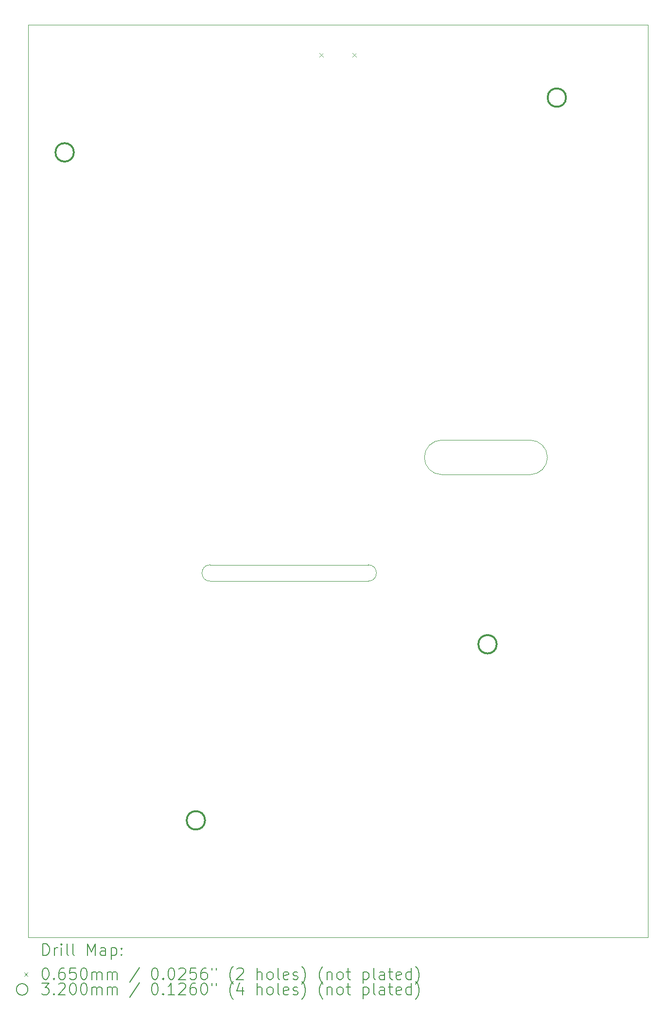
<source format=gbr>
%TF.GenerationSoftware,KiCad,Pcbnew,8.0.4*%
%TF.CreationDate,2024-09-06T21:03:09+01:00*%
%TF.ProjectId,gk-pcbv3,676b2d70-6362-4763-932e-6b696361645f,rev?*%
%TF.SameCoordinates,Original*%
%TF.FileFunction,Drillmap*%
%TF.FilePolarity,Positive*%
%FSLAX45Y45*%
G04 Gerber Fmt 4.5, Leading zero omitted, Abs format (unit mm)*
G04 Created by KiCad (PCBNEW 8.0.4) date 2024-09-06 21:03:09*
%MOMM*%
%LPD*%
G01*
G04 APERTURE LIST*
%ADD10C,0.100000*%
%ADD11C,0.200000*%
%ADD12C,0.320000*%
G04 APERTURE END LIST*
D10*
X13188950Y-9133840D02*
G75*
G02*
X13190220Y-9733283I1270J-299720D01*
G01*
X10368280Y-11303000D02*
G75*
G02*
X10368280Y-11587480I0J-142240D01*
G01*
X7614920Y-11587480D02*
G75*
G02*
X7614920Y-11303000I0J142240D01*
G01*
X11645900Y-9733283D02*
G75*
G02*
X11647170Y-9133840I0J299723D01*
G01*
X10368280Y-11303000D02*
X7614920Y-11303000D01*
X11647170Y-9133840D02*
X13188950Y-9133840D01*
X4445000Y-1905000D02*
X15240000Y-1905000D01*
X15240000Y-17780000D01*
X4445000Y-17780000D01*
X4445000Y-1905000D01*
X7614920Y-11587480D02*
X10368280Y-11587480D01*
X11645900Y-9733283D02*
X13190220Y-9733283D01*
D11*
D10*
X9518730Y-2398930D02*
X9583730Y-2463930D01*
X9583730Y-2398930D02*
X9518730Y-2463930D01*
X10096730Y-2398930D02*
X10161730Y-2463930D01*
X10161730Y-2398930D02*
X10096730Y-2463930D01*
D12*
X5240000Y-4127500D02*
G75*
G02*
X4920000Y-4127500I-160000J0D01*
G01*
X4920000Y-4127500D02*
G75*
G02*
X5240000Y-4127500I160000J0D01*
G01*
X7526000Y-15748000D02*
G75*
G02*
X7206000Y-15748000I-160000J0D01*
G01*
X7206000Y-15748000D02*
G75*
G02*
X7526000Y-15748000I160000J0D01*
G01*
X12606000Y-12684760D02*
G75*
G02*
X12286000Y-12684760I-160000J0D01*
G01*
X12286000Y-12684760D02*
G75*
G02*
X12606000Y-12684760I160000J0D01*
G01*
X13812500Y-3175000D02*
G75*
G02*
X13492500Y-3175000I-160000J0D01*
G01*
X13492500Y-3175000D02*
G75*
G02*
X13812500Y-3175000I160000J0D01*
G01*
D11*
X4700777Y-18096484D02*
X4700777Y-17896484D01*
X4700777Y-17896484D02*
X4748396Y-17896484D01*
X4748396Y-17896484D02*
X4776967Y-17906008D01*
X4776967Y-17906008D02*
X4796015Y-17925055D01*
X4796015Y-17925055D02*
X4805539Y-17944103D01*
X4805539Y-17944103D02*
X4815063Y-17982198D01*
X4815063Y-17982198D02*
X4815063Y-18010770D01*
X4815063Y-18010770D02*
X4805539Y-18048865D01*
X4805539Y-18048865D02*
X4796015Y-18067912D01*
X4796015Y-18067912D02*
X4776967Y-18086960D01*
X4776967Y-18086960D02*
X4748396Y-18096484D01*
X4748396Y-18096484D02*
X4700777Y-18096484D01*
X4900777Y-18096484D02*
X4900777Y-17963150D01*
X4900777Y-18001246D02*
X4910301Y-17982198D01*
X4910301Y-17982198D02*
X4919824Y-17972674D01*
X4919824Y-17972674D02*
X4938872Y-17963150D01*
X4938872Y-17963150D02*
X4957920Y-17963150D01*
X5024586Y-18096484D02*
X5024586Y-17963150D01*
X5024586Y-17896484D02*
X5015063Y-17906008D01*
X5015063Y-17906008D02*
X5024586Y-17915531D01*
X5024586Y-17915531D02*
X5034110Y-17906008D01*
X5034110Y-17906008D02*
X5024586Y-17896484D01*
X5024586Y-17896484D02*
X5024586Y-17915531D01*
X5148396Y-18096484D02*
X5129348Y-18086960D01*
X5129348Y-18086960D02*
X5119824Y-18067912D01*
X5119824Y-18067912D02*
X5119824Y-17896484D01*
X5253158Y-18096484D02*
X5234110Y-18086960D01*
X5234110Y-18086960D02*
X5224586Y-18067912D01*
X5224586Y-18067912D02*
X5224586Y-17896484D01*
X5481729Y-18096484D02*
X5481729Y-17896484D01*
X5481729Y-17896484D02*
X5548396Y-18039341D01*
X5548396Y-18039341D02*
X5615062Y-17896484D01*
X5615062Y-17896484D02*
X5615062Y-18096484D01*
X5796015Y-18096484D02*
X5796015Y-17991722D01*
X5796015Y-17991722D02*
X5786491Y-17972674D01*
X5786491Y-17972674D02*
X5767443Y-17963150D01*
X5767443Y-17963150D02*
X5729348Y-17963150D01*
X5729348Y-17963150D02*
X5710301Y-17972674D01*
X5796015Y-18086960D02*
X5776967Y-18096484D01*
X5776967Y-18096484D02*
X5729348Y-18096484D01*
X5729348Y-18096484D02*
X5710301Y-18086960D01*
X5710301Y-18086960D02*
X5700777Y-18067912D01*
X5700777Y-18067912D02*
X5700777Y-18048865D01*
X5700777Y-18048865D02*
X5710301Y-18029817D01*
X5710301Y-18029817D02*
X5729348Y-18020293D01*
X5729348Y-18020293D02*
X5776967Y-18020293D01*
X5776967Y-18020293D02*
X5796015Y-18010770D01*
X5891253Y-17963150D02*
X5891253Y-18163150D01*
X5891253Y-17972674D02*
X5910301Y-17963150D01*
X5910301Y-17963150D02*
X5948396Y-17963150D01*
X5948396Y-17963150D02*
X5967443Y-17972674D01*
X5967443Y-17972674D02*
X5976967Y-17982198D01*
X5976967Y-17982198D02*
X5986491Y-18001246D01*
X5986491Y-18001246D02*
X5986491Y-18058389D01*
X5986491Y-18058389D02*
X5976967Y-18077436D01*
X5976967Y-18077436D02*
X5967443Y-18086960D01*
X5967443Y-18086960D02*
X5948396Y-18096484D01*
X5948396Y-18096484D02*
X5910301Y-18096484D01*
X5910301Y-18096484D02*
X5891253Y-18086960D01*
X6072205Y-18077436D02*
X6081729Y-18086960D01*
X6081729Y-18086960D02*
X6072205Y-18096484D01*
X6072205Y-18096484D02*
X6062682Y-18086960D01*
X6062682Y-18086960D02*
X6072205Y-18077436D01*
X6072205Y-18077436D02*
X6072205Y-18096484D01*
X6072205Y-17972674D02*
X6081729Y-17982198D01*
X6081729Y-17982198D02*
X6072205Y-17991722D01*
X6072205Y-17991722D02*
X6062682Y-17982198D01*
X6062682Y-17982198D02*
X6072205Y-17972674D01*
X6072205Y-17972674D02*
X6072205Y-17991722D01*
D10*
X4375000Y-18392500D02*
X4440000Y-18457500D01*
X4440000Y-18392500D02*
X4375000Y-18457500D01*
D11*
X4738872Y-18316484D02*
X4757920Y-18316484D01*
X4757920Y-18316484D02*
X4776967Y-18326008D01*
X4776967Y-18326008D02*
X4786491Y-18335531D01*
X4786491Y-18335531D02*
X4796015Y-18354579D01*
X4796015Y-18354579D02*
X4805539Y-18392674D01*
X4805539Y-18392674D02*
X4805539Y-18440293D01*
X4805539Y-18440293D02*
X4796015Y-18478389D01*
X4796015Y-18478389D02*
X4786491Y-18497436D01*
X4786491Y-18497436D02*
X4776967Y-18506960D01*
X4776967Y-18506960D02*
X4757920Y-18516484D01*
X4757920Y-18516484D02*
X4738872Y-18516484D01*
X4738872Y-18516484D02*
X4719824Y-18506960D01*
X4719824Y-18506960D02*
X4710301Y-18497436D01*
X4710301Y-18497436D02*
X4700777Y-18478389D01*
X4700777Y-18478389D02*
X4691253Y-18440293D01*
X4691253Y-18440293D02*
X4691253Y-18392674D01*
X4691253Y-18392674D02*
X4700777Y-18354579D01*
X4700777Y-18354579D02*
X4710301Y-18335531D01*
X4710301Y-18335531D02*
X4719824Y-18326008D01*
X4719824Y-18326008D02*
X4738872Y-18316484D01*
X4891253Y-18497436D02*
X4900777Y-18506960D01*
X4900777Y-18506960D02*
X4891253Y-18516484D01*
X4891253Y-18516484D02*
X4881729Y-18506960D01*
X4881729Y-18506960D02*
X4891253Y-18497436D01*
X4891253Y-18497436D02*
X4891253Y-18516484D01*
X5072205Y-18316484D02*
X5034110Y-18316484D01*
X5034110Y-18316484D02*
X5015063Y-18326008D01*
X5015063Y-18326008D02*
X5005539Y-18335531D01*
X5005539Y-18335531D02*
X4986491Y-18364103D01*
X4986491Y-18364103D02*
X4976967Y-18402198D01*
X4976967Y-18402198D02*
X4976967Y-18478389D01*
X4976967Y-18478389D02*
X4986491Y-18497436D01*
X4986491Y-18497436D02*
X4996015Y-18506960D01*
X4996015Y-18506960D02*
X5015063Y-18516484D01*
X5015063Y-18516484D02*
X5053158Y-18516484D01*
X5053158Y-18516484D02*
X5072205Y-18506960D01*
X5072205Y-18506960D02*
X5081729Y-18497436D01*
X5081729Y-18497436D02*
X5091253Y-18478389D01*
X5091253Y-18478389D02*
X5091253Y-18430770D01*
X5091253Y-18430770D02*
X5081729Y-18411722D01*
X5081729Y-18411722D02*
X5072205Y-18402198D01*
X5072205Y-18402198D02*
X5053158Y-18392674D01*
X5053158Y-18392674D02*
X5015063Y-18392674D01*
X5015063Y-18392674D02*
X4996015Y-18402198D01*
X4996015Y-18402198D02*
X4986491Y-18411722D01*
X4986491Y-18411722D02*
X4976967Y-18430770D01*
X5272205Y-18316484D02*
X5176967Y-18316484D01*
X5176967Y-18316484D02*
X5167444Y-18411722D01*
X5167444Y-18411722D02*
X5176967Y-18402198D01*
X5176967Y-18402198D02*
X5196015Y-18392674D01*
X5196015Y-18392674D02*
X5243634Y-18392674D01*
X5243634Y-18392674D02*
X5262682Y-18402198D01*
X5262682Y-18402198D02*
X5272205Y-18411722D01*
X5272205Y-18411722D02*
X5281729Y-18430770D01*
X5281729Y-18430770D02*
X5281729Y-18478389D01*
X5281729Y-18478389D02*
X5272205Y-18497436D01*
X5272205Y-18497436D02*
X5262682Y-18506960D01*
X5262682Y-18506960D02*
X5243634Y-18516484D01*
X5243634Y-18516484D02*
X5196015Y-18516484D01*
X5196015Y-18516484D02*
X5176967Y-18506960D01*
X5176967Y-18506960D02*
X5167444Y-18497436D01*
X5405539Y-18316484D02*
X5424586Y-18316484D01*
X5424586Y-18316484D02*
X5443634Y-18326008D01*
X5443634Y-18326008D02*
X5453158Y-18335531D01*
X5453158Y-18335531D02*
X5462682Y-18354579D01*
X5462682Y-18354579D02*
X5472205Y-18392674D01*
X5472205Y-18392674D02*
X5472205Y-18440293D01*
X5472205Y-18440293D02*
X5462682Y-18478389D01*
X5462682Y-18478389D02*
X5453158Y-18497436D01*
X5453158Y-18497436D02*
X5443634Y-18506960D01*
X5443634Y-18506960D02*
X5424586Y-18516484D01*
X5424586Y-18516484D02*
X5405539Y-18516484D01*
X5405539Y-18516484D02*
X5386491Y-18506960D01*
X5386491Y-18506960D02*
X5376967Y-18497436D01*
X5376967Y-18497436D02*
X5367444Y-18478389D01*
X5367444Y-18478389D02*
X5357920Y-18440293D01*
X5357920Y-18440293D02*
X5357920Y-18392674D01*
X5357920Y-18392674D02*
X5367444Y-18354579D01*
X5367444Y-18354579D02*
X5376967Y-18335531D01*
X5376967Y-18335531D02*
X5386491Y-18326008D01*
X5386491Y-18326008D02*
X5405539Y-18316484D01*
X5557920Y-18516484D02*
X5557920Y-18383150D01*
X5557920Y-18402198D02*
X5567444Y-18392674D01*
X5567444Y-18392674D02*
X5586491Y-18383150D01*
X5586491Y-18383150D02*
X5615063Y-18383150D01*
X5615063Y-18383150D02*
X5634110Y-18392674D01*
X5634110Y-18392674D02*
X5643634Y-18411722D01*
X5643634Y-18411722D02*
X5643634Y-18516484D01*
X5643634Y-18411722D02*
X5653158Y-18392674D01*
X5653158Y-18392674D02*
X5672205Y-18383150D01*
X5672205Y-18383150D02*
X5700777Y-18383150D01*
X5700777Y-18383150D02*
X5719824Y-18392674D01*
X5719824Y-18392674D02*
X5729348Y-18411722D01*
X5729348Y-18411722D02*
X5729348Y-18516484D01*
X5824586Y-18516484D02*
X5824586Y-18383150D01*
X5824586Y-18402198D02*
X5834110Y-18392674D01*
X5834110Y-18392674D02*
X5853158Y-18383150D01*
X5853158Y-18383150D02*
X5881729Y-18383150D01*
X5881729Y-18383150D02*
X5900777Y-18392674D01*
X5900777Y-18392674D02*
X5910301Y-18411722D01*
X5910301Y-18411722D02*
X5910301Y-18516484D01*
X5910301Y-18411722D02*
X5919824Y-18392674D01*
X5919824Y-18392674D02*
X5938872Y-18383150D01*
X5938872Y-18383150D02*
X5967443Y-18383150D01*
X5967443Y-18383150D02*
X5986491Y-18392674D01*
X5986491Y-18392674D02*
X5996015Y-18411722D01*
X5996015Y-18411722D02*
X5996015Y-18516484D01*
X6386491Y-18306960D02*
X6215063Y-18564103D01*
X6643634Y-18316484D02*
X6662682Y-18316484D01*
X6662682Y-18316484D02*
X6681729Y-18326008D01*
X6681729Y-18326008D02*
X6691253Y-18335531D01*
X6691253Y-18335531D02*
X6700777Y-18354579D01*
X6700777Y-18354579D02*
X6710301Y-18392674D01*
X6710301Y-18392674D02*
X6710301Y-18440293D01*
X6710301Y-18440293D02*
X6700777Y-18478389D01*
X6700777Y-18478389D02*
X6691253Y-18497436D01*
X6691253Y-18497436D02*
X6681729Y-18506960D01*
X6681729Y-18506960D02*
X6662682Y-18516484D01*
X6662682Y-18516484D02*
X6643634Y-18516484D01*
X6643634Y-18516484D02*
X6624586Y-18506960D01*
X6624586Y-18506960D02*
X6615063Y-18497436D01*
X6615063Y-18497436D02*
X6605539Y-18478389D01*
X6605539Y-18478389D02*
X6596015Y-18440293D01*
X6596015Y-18440293D02*
X6596015Y-18392674D01*
X6596015Y-18392674D02*
X6605539Y-18354579D01*
X6605539Y-18354579D02*
X6615063Y-18335531D01*
X6615063Y-18335531D02*
X6624586Y-18326008D01*
X6624586Y-18326008D02*
X6643634Y-18316484D01*
X6796015Y-18497436D02*
X6805539Y-18506960D01*
X6805539Y-18506960D02*
X6796015Y-18516484D01*
X6796015Y-18516484D02*
X6786491Y-18506960D01*
X6786491Y-18506960D02*
X6796015Y-18497436D01*
X6796015Y-18497436D02*
X6796015Y-18516484D01*
X6929348Y-18316484D02*
X6948396Y-18316484D01*
X6948396Y-18316484D02*
X6967444Y-18326008D01*
X6967444Y-18326008D02*
X6976967Y-18335531D01*
X6976967Y-18335531D02*
X6986491Y-18354579D01*
X6986491Y-18354579D02*
X6996015Y-18392674D01*
X6996015Y-18392674D02*
X6996015Y-18440293D01*
X6996015Y-18440293D02*
X6986491Y-18478389D01*
X6986491Y-18478389D02*
X6976967Y-18497436D01*
X6976967Y-18497436D02*
X6967444Y-18506960D01*
X6967444Y-18506960D02*
X6948396Y-18516484D01*
X6948396Y-18516484D02*
X6929348Y-18516484D01*
X6929348Y-18516484D02*
X6910301Y-18506960D01*
X6910301Y-18506960D02*
X6900777Y-18497436D01*
X6900777Y-18497436D02*
X6891253Y-18478389D01*
X6891253Y-18478389D02*
X6881729Y-18440293D01*
X6881729Y-18440293D02*
X6881729Y-18392674D01*
X6881729Y-18392674D02*
X6891253Y-18354579D01*
X6891253Y-18354579D02*
X6900777Y-18335531D01*
X6900777Y-18335531D02*
X6910301Y-18326008D01*
X6910301Y-18326008D02*
X6929348Y-18316484D01*
X7072206Y-18335531D02*
X7081729Y-18326008D01*
X7081729Y-18326008D02*
X7100777Y-18316484D01*
X7100777Y-18316484D02*
X7148396Y-18316484D01*
X7148396Y-18316484D02*
X7167444Y-18326008D01*
X7167444Y-18326008D02*
X7176967Y-18335531D01*
X7176967Y-18335531D02*
X7186491Y-18354579D01*
X7186491Y-18354579D02*
X7186491Y-18373627D01*
X7186491Y-18373627D02*
X7176967Y-18402198D01*
X7176967Y-18402198D02*
X7062682Y-18516484D01*
X7062682Y-18516484D02*
X7186491Y-18516484D01*
X7367444Y-18316484D02*
X7272206Y-18316484D01*
X7272206Y-18316484D02*
X7262682Y-18411722D01*
X7262682Y-18411722D02*
X7272206Y-18402198D01*
X7272206Y-18402198D02*
X7291253Y-18392674D01*
X7291253Y-18392674D02*
X7338872Y-18392674D01*
X7338872Y-18392674D02*
X7357920Y-18402198D01*
X7357920Y-18402198D02*
X7367444Y-18411722D01*
X7367444Y-18411722D02*
X7376967Y-18430770D01*
X7376967Y-18430770D02*
X7376967Y-18478389D01*
X7376967Y-18478389D02*
X7367444Y-18497436D01*
X7367444Y-18497436D02*
X7357920Y-18506960D01*
X7357920Y-18506960D02*
X7338872Y-18516484D01*
X7338872Y-18516484D02*
X7291253Y-18516484D01*
X7291253Y-18516484D02*
X7272206Y-18506960D01*
X7272206Y-18506960D02*
X7262682Y-18497436D01*
X7548396Y-18316484D02*
X7510301Y-18316484D01*
X7510301Y-18316484D02*
X7491253Y-18326008D01*
X7491253Y-18326008D02*
X7481729Y-18335531D01*
X7481729Y-18335531D02*
X7462682Y-18364103D01*
X7462682Y-18364103D02*
X7453158Y-18402198D01*
X7453158Y-18402198D02*
X7453158Y-18478389D01*
X7453158Y-18478389D02*
X7462682Y-18497436D01*
X7462682Y-18497436D02*
X7472206Y-18506960D01*
X7472206Y-18506960D02*
X7491253Y-18516484D01*
X7491253Y-18516484D02*
X7529348Y-18516484D01*
X7529348Y-18516484D02*
X7548396Y-18506960D01*
X7548396Y-18506960D02*
X7557920Y-18497436D01*
X7557920Y-18497436D02*
X7567444Y-18478389D01*
X7567444Y-18478389D02*
X7567444Y-18430770D01*
X7567444Y-18430770D02*
X7557920Y-18411722D01*
X7557920Y-18411722D02*
X7548396Y-18402198D01*
X7548396Y-18402198D02*
X7529348Y-18392674D01*
X7529348Y-18392674D02*
X7491253Y-18392674D01*
X7491253Y-18392674D02*
X7472206Y-18402198D01*
X7472206Y-18402198D02*
X7462682Y-18411722D01*
X7462682Y-18411722D02*
X7453158Y-18430770D01*
X7643634Y-18316484D02*
X7643634Y-18354579D01*
X7719825Y-18316484D02*
X7719825Y-18354579D01*
X8015063Y-18592674D02*
X8005539Y-18583150D01*
X8005539Y-18583150D02*
X7986491Y-18554579D01*
X7986491Y-18554579D02*
X7976968Y-18535531D01*
X7976968Y-18535531D02*
X7967444Y-18506960D01*
X7967444Y-18506960D02*
X7957920Y-18459341D01*
X7957920Y-18459341D02*
X7957920Y-18421246D01*
X7957920Y-18421246D02*
X7967444Y-18373627D01*
X7967444Y-18373627D02*
X7976968Y-18345055D01*
X7976968Y-18345055D02*
X7986491Y-18326008D01*
X7986491Y-18326008D02*
X8005539Y-18297436D01*
X8005539Y-18297436D02*
X8015063Y-18287912D01*
X8081729Y-18335531D02*
X8091253Y-18326008D01*
X8091253Y-18326008D02*
X8110301Y-18316484D01*
X8110301Y-18316484D02*
X8157920Y-18316484D01*
X8157920Y-18316484D02*
X8176968Y-18326008D01*
X8176968Y-18326008D02*
X8186491Y-18335531D01*
X8186491Y-18335531D02*
X8196015Y-18354579D01*
X8196015Y-18354579D02*
X8196015Y-18373627D01*
X8196015Y-18373627D02*
X8186491Y-18402198D01*
X8186491Y-18402198D02*
X8072206Y-18516484D01*
X8072206Y-18516484D02*
X8196015Y-18516484D01*
X8434111Y-18516484D02*
X8434111Y-18316484D01*
X8519825Y-18516484D02*
X8519825Y-18411722D01*
X8519825Y-18411722D02*
X8510301Y-18392674D01*
X8510301Y-18392674D02*
X8491253Y-18383150D01*
X8491253Y-18383150D02*
X8462682Y-18383150D01*
X8462682Y-18383150D02*
X8443634Y-18392674D01*
X8443634Y-18392674D02*
X8434111Y-18402198D01*
X8643634Y-18516484D02*
X8624587Y-18506960D01*
X8624587Y-18506960D02*
X8615063Y-18497436D01*
X8615063Y-18497436D02*
X8605539Y-18478389D01*
X8605539Y-18478389D02*
X8605539Y-18421246D01*
X8605539Y-18421246D02*
X8615063Y-18402198D01*
X8615063Y-18402198D02*
X8624587Y-18392674D01*
X8624587Y-18392674D02*
X8643634Y-18383150D01*
X8643634Y-18383150D02*
X8672206Y-18383150D01*
X8672206Y-18383150D02*
X8691253Y-18392674D01*
X8691253Y-18392674D02*
X8700777Y-18402198D01*
X8700777Y-18402198D02*
X8710301Y-18421246D01*
X8710301Y-18421246D02*
X8710301Y-18478389D01*
X8710301Y-18478389D02*
X8700777Y-18497436D01*
X8700777Y-18497436D02*
X8691253Y-18506960D01*
X8691253Y-18506960D02*
X8672206Y-18516484D01*
X8672206Y-18516484D02*
X8643634Y-18516484D01*
X8824587Y-18516484D02*
X8805539Y-18506960D01*
X8805539Y-18506960D02*
X8796015Y-18487912D01*
X8796015Y-18487912D02*
X8796015Y-18316484D01*
X8976968Y-18506960D02*
X8957920Y-18516484D01*
X8957920Y-18516484D02*
X8919825Y-18516484D01*
X8919825Y-18516484D02*
X8900777Y-18506960D01*
X8900777Y-18506960D02*
X8891253Y-18487912D01*
X8891253Y-18487912D02*
X8891253Y-18411722D01*
X8891253Y-18411722D02*
X8900777Y-18392674D01*
X8900777Y-18392674D02*
X8919825Y-18383150D01*
X8919825Y-18383150D02*
X8957920Y-18383150D01*
X8957920Y-18383150D02*
X8976968Y-18392674D01*
X8976968Y-18392674D02*
X8986492Y-18411722D01*
X8986492Y-18411722D02*
X8986492Y-18430770D01*
X8986492Y-18430770D02*
X8891253Y-18449817D01*
X9062682Y-18506960D02*
X9081730Y-18516484D01*
X9081730Y-18516484D02*
X9119825Y-18516484D01*
X9119825Y-18516484D02*
X9138873Y-18506960D01*
X9138873Y-18506960D02*
X9148396Y-18487912D01*
X9148396Y-18487912D02*
X9148396Y-18478389D01*
X9148396Y-18478389D02*
X9138873Y-18459341D01*
X9138873Y-18459341D02*
X9119825Y-18449817D01*
X9119825Y-18449817D02*
X9091253Y-18449817D01*
X9091253Y-18449817D02*
X9072206Y-18440293D01*
X9072206Y-18440293D02*
X9062682Y-18421246D01*
X9062682Y-18421246D02*
X9062682Y-18411722D01*
X9062682Y-18411722D02*
X9072206Y-18392674D01*
X9072206Y-18392674D02*
X9091253Y-18383150D01*
X9091253Y-18383150D02*
X9119825Y-18383150D01*
X9119825Y-18383150D02*
X9138873Y-18392674D01*
X9215063Y-18592674D02*
X9224587Y-18583150D01*
X9224587Y-18583150D02*
X9243634Y-18554579D01*
X9243634Y-18554579D02*
X9253158Y-18535531D01*
X9253158Y-18535531D02*
X9262682Y-18506960D01*
X9262682Y-18506960D02*
X9272206Y-18459341D01*
X9272206Y-18459341D02*
X9272206Y-18421246D01*
X9272206Y-18421246D02*
X9262682Y-18373627D01*
X9262682Y-18373627D02*
X9253158Y-18345055D01*
X9253158Y-18345055D02*
X9243634Y-18326008D01*
X9243634Y-18326008D02*
X9224587Y-18297436D01*
X9224587Y-18297436D02*
X9215063Y-18287912D01*
X9576968Y-18592674D02*
X9567444Y-18583150D01*
X9567444Y-18583150D02*
X9548396Y-18554579D01*
X9548396Y-18554579D02*
X9538873Y-18535531D01*
X9538873Y-18535531D02*
X9529349Y-18506960D01*
X9529349Y-18506960D02*
X9519825Y-18459341D01*
X9519825Y-18459341D02*
X9519825Y-18421246D01*
X9519825Y-18421246D02*
X9529349Y-18373627D01*
X9529349Y-18373627D02*
X9538873Y-18345055D01*
X9538873Y-18345055D02*
X9548396Y-18326008D01*
X9548396Y-18326008D02*
X9567444Y-18297436D01*
X9567444Y-18297436D02*
X9576968Y-18287912D01*
X9653158Y-18383150D02*
X9653158Y-18516484D01*
X9653158Y-18402198D02*
X9662682Y-18392674D01*
X9662682Y-18392674D02*
X9681730Y-18383150D01*
X9681730Y-18383150D02*
X9710301Y-18383150D01*
X9710301Y-18383150D02*
X9729349Y-18392674D01*
X9729349Y-18392674D02*
X9738873Y-18411722D01*
X9738873Y-18411722D02*
X9738873Y-18516484D01*
X9862682Y-18516484D02*
X9843634Y-18506960D01*
X9843634Y-18506960D02*
X9834111Y-18497436D01*
X9834111Y-18497436D02*
X9824587Y-18478389D01*
X9824587Y-18478389D02*
X9824587Y-18421246D01*
X9824587Y-18421246D02*
X9834111Y-18402198D01*
X9834111Y-18402198D02*
X9843634Y-18392674D01*
X9843634Y-18392674D02*
X9862682Y-18383150D01*
X9862682Y-18383150D02*
X9891254Y-18383150D01*
X9891254Y-18383150D02*
X9910301Y-18392674D01*
X9910301Y-18392674D02*
X9919825Y-18402198D01*
X9919825Y-18402198D02*
X9929349Y-18421246D01*
X9929349Y-18421246D02*
X9929349Y-18478389D01*
X9929349Y-18478389D02*
X9919825Y-18497436D01*
X9919825Y-18497436D02*
X9910301Y-18506960D01*
X9910301Y-18506960D02*
X9891254Y-18516484D01*
X9891254Y-18516484D02*
X9862682Y-18516484D01*
X9986492Y-18383150D02*
X10062682Y-18383150D01*
X10015063Y-18316484D02*
X10015063Y-18487912D01*
X10015063Y-18487912D02*
X10024587Y-18506960D01*
X10024587Y-18506960D02*
X10043634Y-18516484D01*
X10043634Y-18516484D02*
X10062682Y-18516484D01*
X10281730Y-18383150D02*
X10281730Y-18583150D01*
X10281730Y-18392674D02*
X10300777Y-18383150D01*
X10300777Y-18383150D02*
X10338873Y-18383150D01*
X10338873Y-18383150D02*
X10357920Y-18392674D01*
X10357920Y-18392674D02*
X10367444Y-18402198D01*
X10367444Y-18402198D02*
X10376968Y-18421246D01*
X10376968Y-18421246D02*
X10376968Y-18478389D01*
X10376968Y-18478389D02*
X10367444Y-18497436D01*
X10367444Y-18497436D02*
X10357920Y-18506960D01*
X10357920Y-18506960D02*
X10338873Y-18516484D01*
X10338873Y-18516484D02*
X10300777Y-18516484D01*
X10300777Y-18516484D02*
X10281730Y-18506960D01*
X10491254Y-18516484D02*
X10472206Y-18506960D01*
X10472206Y-18506960D02*
X10462682Y-18487912D01*
X10462682Y-18487912D02*
X10462682Y-18316484D01*
X10653158Y-18516484D02*
X10653158Y-18411722D01*
X10653158Y-18411722D02*
X10643635Y-18392674D01*
X10643635Y-18392674D02*
X10624587Y-18383150D01*
X10624587Y-18383150D02*
X10586492Y-18383150D01*
X10586492Y-18383150D02*
X10567444Y-18392674D01*
X10653158Y-18506960D02*
X10634111Y-18516484D01*
X10634111Y-18516484D02*
X10586492Y-18516484D01*
X10586492Y-18516484D02*
X10567444Y-18506960D01*
X10567444Y-18506960D02*
X10557920Y-18487912D01*
X10557920Y-18487912D02*
X10557920Y-18468865D01*
X10557920Y-18468865D02*
X10567444Y-18449817D01*
X10567444Y-18449817D02*
X10586492Y-18440293D01*
X10586492Y-18440293D02*
X10634111Y-18440293D01*
X10634111Y-18440293D02*
X10653158Y-18430770D01*
X10719825Y-18383150D02*
X10796015Y-18383150D01*
X10748396Y-18316484D02*
X10748396Y-18487912D01*
X10748396Y-18487912D02*
X10757920Y-18506960D01*
X10757920Y-18506960D02*
X10776968Y-18516484D01*
X10776968Y-18516484D02*
X10796015Y-18516484D01*
X10938873Y-18506960D02*
X10919825Y-18516484D01*
X10919825Y-18516484D02*
X10881730Y-18516484D01*
X10881730Y-18516484D02*
X10862682Y-18506960D01*
X10862682Y-18506960D02*
X10853158Y-18487912D01*
X10853158Y-18487912D02*
X10853158Y-18411722D01*
X10853158Y-18411722D02*
X10862682Y-18392674D01*
X10862682Y-18392674D02*
X10881730Y-18383150D01*
X10881730Y-18383150D02*
X10919825Y-18383150D01*
X10919825Y-18383150D02*
X10938873Y-18392674D01*
X10938873Y-18392674D02*
X10948396Y-18411722D01*
X10948396Y-18411722D02*
X10948396Y-18430770D01*
X10948396Y-18430770D02*
X10853158Y-18449817D01*
X11119825Y-18516484D02*
X11119825Y-18316484D01*
X11119825Y-18506960D02*
X11100777Y-18516484D01*
X11100777Y-18516484D02*
X11062682Y-18516484D01*
X11062682Y-18516484D02*
X11043635Y-18506960D01*
X11043635Y-18506960D02*
X11034111Y-18497436D01*
X11034111Y-18497436D02*
X11024587Y-18478389D01*
X11024587Y-18478389D02*
X11024587Y-18421246D01*
X11024587Y-18421246D02*
X11034111Y-18402198D01*
X11034111Y-18402198D02*
X11043635Y-18392674D01*
X11043635Y-18392674D02*
X11062682Y-18383150D01*
X11062682Y-18383150D02*
X11100777Y-18383150D01*
X11100777Y-18383150D02*
X11119825Y-18392674D01*
X11196015Y-18592674D02*
X11205539Y-18583150D01*
X11205539Y-18583150D02*
X11224587Y-18554579D01*
X11224587Y-18554579D02*
X11234111Y-18535531D01*
X11234111Y-18535531D02*
X11243634Y-18506960D01*
X11243634Y-18506960D02*
X11253158Y-18459341D01*
X11253158Y-18459341D02*
X11253158Y-18421246D01*
X11253158Y-18421246D02*
X11243634Y-18373627D01*
X11243634Y-18373627D02*
X11234111Y-18345055D01*
X11234111Y-18345055D02*
X11224587Y-18326008D01*
X11224587Y-18326008D02*
X11205539Y-18297436D01*
X11205539Y-18297436D02*
X11196015Y-18287912D01*
X4440000Y-18689000D02*
G75*
G02*
X4240000Y-18689000I-100000J0D01*
G01*
X4240000Y-18689000D02*
G75*
G02*
X4440000Y-18689000I100000J0D01*
G01*
X4681729Y-18580484D02*
X4805539Y-18580484D01*
X4805539Y-18580484D02*
X4738872Y-18656674D01*
X4738872Y-18656674D02*
X4767444Y-18656674D01*
X4767444Y-18656674D02*
X4786491Y-18666198D01*
X4786491Y-18666198D02*
X4796015Y-18675722D01*
X4796015Y-18675722D02*
X4805539Y-18694770D01*
X4805539Y-18694770D02*
X4805539Y-18742389D01*
X4805539Y-18742389D02*
X4796015Y-18761436D01*
X4796015Y-18761436D02*
X4786491Y-18770960D01*
X4786491Y-18770960D02*
X4767444Y-18780484D01*
X4767444Y-18780484D02*
X4710301Y-18780484D01*
X4710301Y-18780484D02*
X4691253Y-18770960D01*
X4691253Y-18770960D02*
X4681729Y-18761436D01*
X4891253Y-18761436D02*
X4900777Y-18770960D01*
X4900777Y-18770960D02*
X4891253Y-18780484D01*
X4891253Y-18780484D02*
X4881729Y-18770960D01*
X4881729Y-18770960D02*
X4891253Y-18761436D01*
X4891253Y-18761436D02*
X4891253Y-18780484D01*
X4976967Y-18599531D02*
X4986491Y-18590008D01*
X4986491Y-18590008D02*
X5005539Y-18580484D01*
X5005539Y-18580484D02*
X5053158Y-18580484D01*
X5053158Y-18580484D02*
X5072205Y-18590008D01*
X5072205Y-18590008D02*
X5081729Y-18599531D01*
X5081729Y-18599531D02*
X5091253Y-18618579D01*
X5091253Y-18618579D02*
X5091253Y-18637627D01*
X5091253Y-18637627D02*
X5081729Y-18666198D01*
X5081729Y-18666198D02*
X4967444Y-18780484D01*
X4967444Y-18780484D02*
X5091253Y-18780484D01*
X5215063Y-18580484D02*
X5234110Y-18580484D01*
X5234110Y-18580484D02*
X5253158Y-18590008D01*
X5253158Y-18590008D02*
X5262682Y-18599531D01*
X5262682Y-18599531D02*
X5272205Y-18618579D01*
X5272205Y-18618579D02*
X5281729Y-18656674D01*
X5281729Y-18656674D02*
X5281729Y-18704293D01*
X5281729Y-18704293D02*
X5272205Y-18742389D01*
X5272205Y-18742389D02*
X5262682Y-18761436D01*
X5262682Y-18761436D02*
X5253158Y-18770960D01*
X5253158Y-18770960D02*
X5234110Y-18780484D01*
X5234110Y-18780484D02*
X5215063Y-18780484D01*
X5215063Y-18780484D02*
X5196015Y-18770960D01*
X5196015Y-18770960D02*
X5186491Y-18761436D01*
X5186491Y-18761436D02*
X5176967Y-18742389D01*
X5176967Y-18742389D02*
X5167444Y-18704293D01*
X5167444Y-18704293D02*
X5167444Y-18656674D01*
X5167444Y-18656674D02*
X5176967Y-18618579D01*
X5176967Y-18618579D02*
X5186491Y-18599531D01*
X5186491Y-18599531D02*
X5196015Y-18590008D01*
X5196015Y-18590008D02*
X5215063Y-18580484D01*
X5405539Y-18580484D02*
X5424586Y-18580484D01*
X5424586Y-18580484D02*
X5443634Y-18590008D01*
X5443634Y-18590008D02*
X5453158Y-18599531D01*
X5453158Y-18599531D02*
X5462682Y-18618579D01*
X5462682Y-18618579D02*
X5472205Y-18656674D01*
X5472205Y-18656674D02*
X5472205Y-18704293D01*
X5472205Y-18704293D02*
X5462682Y-18742389D01*
X5462682Y-18742389D02*
X5453158Y-18761436D01*
X5453158Y-18761436D02*
X5443634Y-18770960D01*
X5443634Y-18770960D02*
X5424586Y-18780484D01*
X5424586Y-18780484D02*
X5405539Y-18780484D01*
X5405539Y-18780484D02*
X5386491Y-18770960D01*
X5386491Y-18770960D02*
X5376967Y-18761436D01*
X5376967Y-18761436D02*
X5367444Y-18742389D01*
X5367444Y-18742389D02*
X5357920Y-18704293D01*
X5357920Y-18704293D02*
X5357920Y-18656674D01*
X5357920Y-18656674D02*
X5367444Y-18618579D01*
X5367444Y-18618579D02*
X5376967Y-18599531D01*
X5376967Y-18599531D02*
X5386491Y-18590008D01*
X5386491Y-18590008D02*
X5405539Y-18580484D01*
X5557920Y-18780484D02*
X5557920Y-18647150D01*
X5557920Y-18666198D02*
X5567444Y-18656674D01*
X5567444Y-18656674D02*
X5586491Y-18647150D01*
X5586491Y-18647150D02*
X5615063Y-18647150D01*
X5615063Y-18647150D02*
X5634110Y-18656674D01*
X5634110Y-18656674D02*
X5643634Y-18675722D01*
X5643634Y-18675722D02*
X5643634Y-18780484D01*
X5643634Y-18675722D02*
X5653158Y-18656674D01*
X5653158Y-18656674D02*
X5672205Y-18647150D01*
X5672205Y-18647150D02*
X5700777Y-18647150D01*
X5700777Y-18647150D02*
X5719824Y-18656674D01*
X5719824Y-18656674D02*
X5729348Y-18675722D01*
X5729348Y-18675722D02*
X5729348Y-18780484D01*
X5824586Y-18780484D02*
X5824586Y-18647150D01*
X5824586Y-18666198D02*
X5834110Y-18656674D01*
X5834110Y-18656674D02*
X5853158Y-18647150D01*
X5853158Y-18647150D02*
X5881729Y-18647150D01*
X5881729Y-18647150D02*
X5900777Y-18656674D01*
X5900777Y-18656674D02*
X5910301Y-18675722D01*
X5910301Y-18675722D02*
X5910301Y-18780484D01*
X5910301Y-18675722D02*
X5919824Y-18656674D01*
X5919824Y-18656674D02*
X5938872Y-18647150D01*
X5938872Y-18647150D02*
X5967443Y-18647150D01*
X5967443Y-18647150D02*
X5986491Y-18656674D01*
X5986491Y-18656674D02*
X5996015Y-18675722D01*
X5996015Y-18675722D02*
X5996015Y-18780484D01*
X6386491Y-18570960D02*
X6215063Y-18828103D01*
X6643634Y-18580484D02*
X6662682Y-18580484D01*
X6662682Y-18580484D02*
X6681729Y-18590008D01*
X6681729Y-18590008D02*
X6691253Y-18599531D01*
X6691253Y-18599531D02*
X6700777Y-18618579D01*
X6700777Y-18618579D02*
X6710301Y-18656674D01*
X6710301Y-18656674D02*
X6710301Y-18704293D01*
X6710301Y-18704293D02*
X6700777Y-18742389D01*
X6700777Y-18742389D02*
X6691253Y-18761436D01*
X6691253Y-18761436D02*
X6681729Y-18770960D01*
X6681729Y-18770960D02*
X6662682Y-18780484D01*
X6662682Y-18780484D02*
X6643634Y-18780484D01*
X6643634Y-18780484D02*
X6624586Y-18770960D01*
X6624586Y-18770960D02*
X6615063Y-18761436D01*
X6615063Y-18761436D02*
X6605539Y-18742389D01*
X6605539Y-18742389D02*
X6596015Y-18704293D01*
X6596015Y-18704293D02*
X6596015Y-18656674D01*
X6596015Y-18656674D02*
X6605539Y-18618579D01*
X6605539Y-18618579D02*
X6615063Y-18599531D01*
X6615063Y-18599531D02*
X6624586Y-18590008D01*
X6624586Y-18590008D02*
X6643634Y-18580484D01*
X6796015Y-18761436D02*
X6805539Y-18770960D01*
X6805539Y-18770960D02*
X6796015Y-18780484D01*
X6796015Y-18780484D02*
X6786491Y-18770960D01*
X6786491Y-18770960D02*
X6796015Y-18761436D01*
X6796015Y-18761436D02*
X6796015Y-18780484D01*
X6996015Y-18780484D02*
X6881729Y-18780484D01*
X6938872Y-18780484D02*
X6938872Y-18580484D01*
X6938872Y-18580484D02*
X6919825Y-18609055D01*
X6919825Y-18609055D02*
X6900777Y-18628103D01*
X6900777Y-18628103D02*
X6881729Y-18637627D01*
X7072206Y-18599531D02*
X7081729Y-18590008D01*
X7081729Y-18590008D02*
X7100777Y-18580484D01*
X7100777Y-18580484D02*
X7148396Y-18580484D01*
X7148396Y-18580484D02*
X7167444Y-18590008D01*
X7167444Y-18590008D02*
X7176967Y-18599531D01*
X7176967Y-18599531D02*
X7186491Y-18618579D01*
X7186491Y-18618579D02*
X7186491Y-18637627D01*
X7186491Y-18637627D02*
X7176967Y-18666198D01*
X7176967Y-18666198D02*
X7062682Y-18780484D01*
X7062682Y-18780484D02*
X7186491Y-18780484D01*
X7357920Y-18580484D02*
X7319825Y-18580484D01*
X7319825Y-18580484D02*
X7300777Y-18590008D01*
X7300777Y-18590008D02*
X7291253Y-18599531D01*
X7291253Y-18599531D02*
X7272206Y-18628103D01*
X7272206Y-18628103D02*
X7262682Y-18666198D01*
X7262682Y-18666198D02*
X7262682Y-18742389D01*
X7262682Y-18742389D02*
X7272206Y-18761436D01*
X7272206Y-18761436D02*
X7281729Y-18770960D01*
X7281729Y-18770960D02*
X7300777Y-18780484D01*
X7300777Y-18780484D02*
X7338872Y-18780484D01*
X7338872Y-18780484D02*
X7357920Y-18770960D01*
X7357920Y-18770960D02*
X7367444Y-18761436D01*
X7367444Y-18761436D02*
X7376967Y-18742389D01*
X7376967Y-18742389D02*
X7376967Y-18694770D01*
X7376967Y-18694770D02*
X7367444Y-18675722D01*
X7367444Y-18675722D02*
X7357920Y-18666198D01*
X7357920Y-18666198D02*
X7338872Y-18656674D01*
X7338872Y-18656674D02*
X7300777Y-18656674D01*
X7300777Y-18656674D02*
X7281729Y-18666198D01*
X7281729Y-18666198D02*
X7272206Y-18675722D01*
X7272206Y-18675722D02*
X7262682Y-18694770D01*
X7500777Y-18580484D02*
X7519825Y-18580484D01*
X7519825Y-18580484D02*
X7538872Y-18590008D01*
X7538872Y-18590008D02*
X7548396Y-18599531D01*
X7548396Y-18599531D02*
X7557920Y-18618579D01*
X7557920Y-18618579D02*
X7567444Y-18656674D01*
X7567444Y-18656674D02*
X7567444Y-18704293D01*
X7567444Y-18704293D02*
X7557920Y-18742389D01*
X7557920Y-18742389D02*
X7548396Y-18761436D01*
X7548396Y-18761436D02*
X7538872Y-18770960D01*
X7538872Y-18770960D02*
X7519825Y-18780484D01*
X7519825Y-18780484D02*
X7500777Y-18780484D01*
X7500777Y-18780484D02*
X7481729Y-18770960D01*
X7481729Y-18770960D02*
X7472206Y-18761436D01*
X7472206Y-18761436D02*
X7462682Y-18742389D01*
X7462682Y-18742389D02*
X7453158Y-18704293D01*
X7453158Y-18704293D02*
X7453158Y-18656674D01*
X7453158Y-18656674D02*
X7462682Y-18618579D01*
X7462682Y-18618579D02*
X7472206Y-18599531D01*
X7472206Y-18599531D02*
X7481729Y-18590008D01*
X7481729Y-18590008D02*
X7500777Y-18580484D01*
X7643634Y-18580484D02*
X7643634Y-18618579D01*
X7719825Y-18580484D02*
X7719825Y-18618579D01*
X8015063Y-18856674D02*
X8005539Y-18847150D01*
X8005539Y-18847150D02*
X7986491Y-18818579D01*
X7986491Y-18818579D02*
X7976968Y-18799531D01*
X7976968Y-18799531D02*
X7967444Y-18770960D01*
X7967444Y-18770960D02*
X7957920Y-18723341D01*
X7957920Y-18723341D02*
X7957920Y-18685246D01*
X7957920Y-18685246D02*
X7967444Y-18637627D01*
X7967444Y-18637627D02*
X7976968Y-18609055D01*
X7976968Y-18609055D02*
X7986491Y-18590008D01*
X7986491Y-18590008D02*
X8005539Y-18561436D01*
X8005539Y-18561436D02*
X8015063Y-18551912D01*
X8176968Y-18647150D02*
X8176968Y-18780484D01*
X8129348Y-18570960D02*
X8081729Y-18713817D01*
X8081729Y-18713817D02*
X8205539Y-18713817D01*
X8434111Y-18780484D02*
X8434111Y-18580484D01*
X8519825Y-18780484D02*
X8519825Y-18675722D01*
X8519825Y-18675722D02*
X8510301Y-18656674D01*
X8510301Y-18656674D02*
X8491253Y-18647150D01*
X8491253Y-18647150D02*
X8462682Y-18647150D01*
X8462682Y-18647150D02*
X8443634Y-18656674D01*
X8443634Y-18656674D02*
X8434111Y-18666198D01*
X8643634Y-18780484D02*
X8624587Y-18770960D01*
X8624587Y-18770960D02*
X8615063Y-18761436D01*
X8615063Y-18761436D02*
X8605539Y-18742389D01*
X8605539Y-18742389D02*
X8605539Y-18685246D01*
X8605539Y-18685246D02*
X8615063Y-18666198D01*
X8615063Y-18666198D02*
X8624587Y-18656674D01*
X8624587Y-18656674D02*
X8643634Y-18647150D01*
X8643634Y-18647150D02*
X8672206Y-18647150D01*
X8672206Y-18647150D02*
X8691253Y-18656674D01*
X8691253Y-18656674D02*
X8700777Y-18666198D01*
X8700777Y-18666198D02*
X8710301Y-18685246D01*
X8710301Y-18685246D02*
X8710301Y-18742389D01*
X8710301Y-18742389D02*
X8700777Y-18761436D01*
X8700777Y-18761436D02*
X8691253Y-18770960D01*
X8691253Y-18770960D02*
X8672206Y-18780484D01*
X8672206Y-18780484D02*
X8643634Y-18780484D01*
X8824587Y-18780484D02*
X8805539Y-18770960D01*
X8805539Y-18770960D02*
X8796015Y-18751912D01*
X8796015Y-18751912D02*
X8796015Y-18580484D01*
X8976968Y-18770960D02*
X8957920Y-18780484D01*
X8957920Y-18780484D02*
X8919825Y-18780484D01*
X8919825Y-18780484D02*
X8900777Y-18770960D01*
X8900777Y-18770960D02*
X8891253Y-18751912D01*
X8891253Y-18751912D02*
X8891253Y-18675722D01*
X8891253Y-18675722D02*
X8900777Y-18656674D01*
X8900777Y-18656674D02*
X8919825Y-18647150D01*
X8919825Y-18647150D02*
X8957920Y-18647150D01*
X8957920Y-18647150D02*
X8976968Y-18656674D01*
X8976968Y-18656674D02*
X8986492Y-18675722D01*
X8986492Y-18675722D02*
X8986492Y-18694770D01*
X8986492Y-18694770D02*
X8891253Y-18713817D01*
X9062682Y-18770960D02*
X9081730Y-18780484D01*
X9081730Y-18780484D02*
X9119825Y-18780484D01*
X9119825Y-18780484D02*
X9138873Y-18770960D01*
X9138873Y-18770960D02*
X9148396Y-18751912D01*
X9148396Y-18751912D02*
X9148396Y-18742389D01*
X9148396Y-18742389D02*
X9138873Y-18723341D01*
X9138873Y-18723341D02*
X9119825Y-18713817D01*
X9119825Y-18713817D02*
X9091253Y-18713817D01*
X9091253Y-18713817D02*
X9072206Y-18704293D01*
X9072206Y-18704293D02*
X9062682Y-18685246D01*
X9062682Y-18685246D02*
X9062682Y-18675722D01*
X9062682Y-18675722D02*
X9072206Y-18656674D01*
X9072206Y-18656674D02*
X9091253Y-18647150D01*
X9091253Y-18647150D02*
X9119825Y-18647150D01*
X9119825Y-18647150D02*
X9138873Y-18656674D01*
X9215063Y-18856674D02*
X9224587Y-18847150D01*
X9224587Y-18847150D02*
X9243634Y-18818579D01*
X9243634Y-18818579D02*
X9253158Y-18799531D01*
X9253158Y-18799531D02*
X9262682Y-18770960D01*
X9262682Y-18770960D02*
X9272206Y-18723341D01*
X9272206Y-18723341D02*
X9272206Y-18685246D01*
X9272206Y-18685246D02*
X9262682Y-18637627D01*
X9262682Y-18637627D02*
X9253158Y-18609055D01*
X9253158Y-18609055D02*
X9243634Y-18590008D01*
X9243634Y-18590008D02*
X9224587Y-18561436D01*
X9224587Y-18561436D02*
X9215063Y-18551912D01*
X9576968Y-18856674D02*
X9567444Y-18847150D01*
X9567444Y-18847150D02*
X9548396Y-18818579D01*
X9548396Y-18818579D02*
X9538873Y-18799531D01*
X9538873Y-18799531D02*
X9529349Y-18770960D01*
X9529349Y-18770960D02*
X9519825Y-18723341D01*
X9519825Y-18723341D02*
X9519825Y-18685246D01*
X9519825Y-18685246D02*
X9529349Y-18637627D01*
X9529349Y-18637627D02*
X9538873Y-18609055D01*
X9538873Y-18609055D02*
X9548396Y-18590008D01*
X9548396Y-18590008D02*
X9567444Y-18561436D01*
X9567444Y-18561436D02*
X9576968Y-18551912D01*
X9653158Y-18647150D02*
X9653158Y-18780484D01*
X9653158Y-18666198D02*
X9662682Y-18656674D01*
X9662682Y-18656674D02*
X9681730Y-18647150D01*
X9681730Y-18647150D02*
X9710301Y-18647150D01*
X9710301Y-18647150D02*
X9729349Y-18656674D01*
X9729349Y-18656674D02*
X9738873Y-18675722D01*
X9738873Y-18675722D02*
X9738873Y-18780484D01*
X9862682Y-18780484D02*
X9843634Y-18770960D01*
X9843634Y-18770960D02*
X9834111Y-18761436D01*
X9834111Y-18761436D02*
X9824587Y-18742389D01*
X9824587Y-18742389D02*
X9824587Y-18685246D01*
X9824587Y-18685246D02*
X9834111Y-18666198D01*
X9834111Y-18666198D02*
X9843634Y-18656674D01*
X9843634Y-18656674D02*
X9862682Y-18647150D01*
X9862682Y-18647150D02*
X9891254Y-18647150D01*
X9891254Y-18647150D02*
X9910301Y-18656674D01*
X9910301Y-18656674D02*
X9919825Y-18666198D01*
X9919825Y-18666198D02*
X9929349Y-18685246D01*
X9929349Y-18685246D02*
X9929349Y-18742389D01*
X9929349Y-18742389D02*
X9919825Y-18761436D01*
X9919825Y-18761436D02*
X9910301Y-18770960D01*
X9910301Y-18770960D02*
X9891254Y-18780484D01*
X9891254Y-18780484D02*
X9862682Y-18780484D01*
X9986492Y-18647150D02*
X10062682Y-18647150D01*
X10015063Y-18580484D02*
X10015063Y-18751912D01*
X10015063Y-18751912D02*
X10024587Y-18770960D01*
X10024587Y-18770960D02*
X10043634Y-18780484D01*
X10043634Y-18780484D02*
X10062682Y-18780484D01*
X10281730Y-18647150D02*
X10281730Y-18847150D01*
X10281730Y-18656674D02*
X10300777Y-18647150D01*
X10300777Y-18647150D02*
X10338873Y-18647150D01*
X10338873Y-18647150D02*
X10357920Y-18656674D01*
X10357920Y-18656674D02*
X10367444Y-18666198D01*
X10367444Y-18666198D02*
X10376968Y-18685246D01*
X10376968Y-18685246D02*
X10376968Y-18742389D01*
X10376968Y-18742389D02*
X10367444Y-18761436D01*
X10367444Y-18761436D02*
X10357920Y-18770960D01*
X10357920Y-18770960D02*
X10338873Y-18780484D01*
X10338873Y-18780484D02*
X10300777Y-18780484D01*
X10300777Y-18780484D02*
X10281730Y-18770960D01*
X10491254Y-18780484D02*
X10472206Y-18770960D01*
X10472206Y-18770960D02*
X10462682Y-18751912D01*
X10462682Y-18751912D02*
X10462682Y-18580484D01*
X10653158Y-18780484D02*
X10653158Y-18675722D01*
X10653158Y-18675722D02*
X10643635Y-18656674D01*
X10643635Y-18656674D02*
X10624587Y-18647150D01*
X10624587Y-18647150D02*
X10586492Y-18647150D01*
X10586492Y-18647150D02*
X10567444Y-18656674D01*
X10653158Y-18770960D02*
X10634111Y-18780484D01*
X10634111Y-18780484D02*
X10586492Y-18780484D01*
X10586492Y-18780484D02*
X10567444Y-18770960D01*
X10567444Y-18770960D02*
X10557920Y-18751912D01*
X10557920Y-18751912D02*
X10557920Y-18732865D01*
X10557920Y-18732865D02*
X10567444Y-18713817D01*
X10567444Y-18713817D02*
X10586492Y-18704293D01*
X10586492Y-18704293D02*
X10634111Y-18704293D01*
X10634111Y-18704293D02*
X10653158Y-18694770D01*
X10719825Y-18647150D02*
X10796015Y-18647150D01*
X10748396Y-18580484D02*
X10748396Y-18751912D01*
X10748396Y-18751912D02*
X10757920Y-18770960D01*
X10757920Y-18770960D02*
X10776968Y-18780484D01*
X10776968Y-18780484D02*
X10796015Y-18780484D01*
X10938873Y-18770960D02*
X10919825Y-18780484D01*
X10919825Y-18780484D02*
X10881730Y-18780484D01*
X10881730Y-18780484D02*
X10862682Y-18770960D01*
X10862682Y-18770960D02*
X10853158Y-18751912D01*
X10853158Y-18751912D02*
X10853158Y-18675722D01*
X10853158Y-18675722D02*
X10862682Y-18656674D01*
X10862682Y-18656674D02*
X10881730Y-18647150D01*
X10881730Y-18647150D02*
X10919825Y-18647150D01*
X10919825Y-18647150D02*
X10938873Y-18656674D01*
X10938873Y-18656674D02*
X10948396Y-18675722D01*
X10948396Y-18675722D02*
X10948396Y-18694770D01*
X10948396Y-18694770D02*
X10853158Y-18713817D01*
X11119825Y-18780484D02*
X11119825Y-18580484D01*
X11119825Y-18770960D02*
X11100777Y-18780484D01*
X11100777Y-18780484D02*
X11062682Y-18780484D01*
X11062682Y-18780484D02*
X11043635Y-18770960D01*
X11043635Y-18770960D02*
X11034111Y-18761436D01*
X11034111Y-18761436D02*
X11024587Y-18742389D01*
X11024587Y-18742389D02*
X11024587Y-18685246D01*
X11024587Y-18685246D02*
X11034111Y-18666198D01*
X11034111Y-18666198D02*
X11043635Y-18656674D01*
X11043635Y-18656674D02*
X11062682Y-18647150D01*
X11062682Y-18647150D02*
X11100777Y-18647150D01*
X11100777Y-18647150D02*
X11119825Y-18656674D01*
X11196015Y-18856674D02*
X11205539Y-18847150D01*
X11205539Y-18847150D02*
X11224587Y-18818579D01*
X11224587Y-18818579D02*
X11234111Y-18799531D01*
X11234111Y-18799531D02*
X11243634Y-18770960D01*
X11243634Y-18770960D02*
X11253158Y-18723341D01*
X11253158Y-18723341D02*
X11253158Y-18685246D01*
X11253158Y-18685246D02*
X11243634Y-18637627D01*
X11243634Y-18637627D02*
X11234111Y-18609055D01*
X11234111Y-18609055D02*
X11224587Y-18590008D01*
X11224587Y-18590008D02*
X11205539Y-18561436D01*
X11205539Y-18561436D02*
X11196015Y-18551912D01*
M02*

</source>
